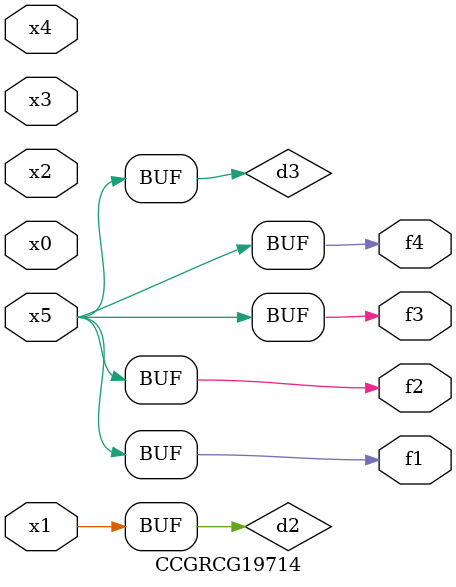
<source format=v>
module CCGRCG19714(
	input x0, x1, x2, x3, x4, x5,
	output f1, f2, f3, f4
);

	wire d1, d2, d3;

	not (d1, x5);
	or (d2, x1);
	xnor (d3, d1);
	assign f1 = d3;
	assign f2 = d3;
	assign f3 = d3;
	assign f4 = d3;
endmodule

</source>
